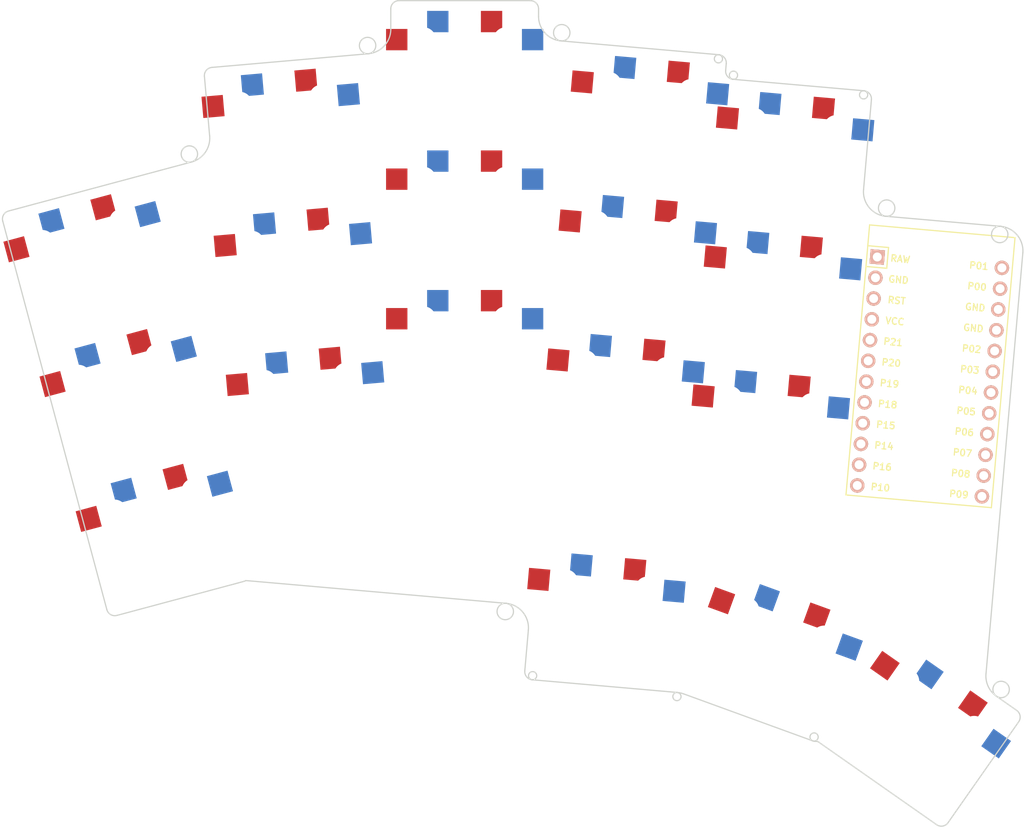
<source format=kicad_pcb>

            
(kicad_pcb (version 20171130) (host pcbnew 5.1.6)

  (page A3)
  (title_block
    (title keeb1)
    (rev v1.0.0)
    (company Unknown)
  )

  (general
    (thickness 1.6)
  )

  (layers
    (0 F.Cu signal)
    (31 B.Cu signal)
    (32 B.Adhes user)
    (33 F.Adhes user)
    (34 B.Paste user)
    (35 F.Paste user)
    (36 B.SilkS user)
    (37 F.SilkS user)
    (38 B.Mask user)
    (39 F.Mask user)
    (40 Dwgs.User user)
    (41 Cmts.User user)
    (42 Eco1.User user)
    (43 Eco2.User user)
    (44 Edge.Cuts user)
    (45 Margin user)
    (46 B.CrtYd user)
    (47 F.CrtYd user)
    (48 B.Fab user)
    (49 F.Fab user)
  )

  (setup
    (last_trace_width 0.25)
    (trace_clearance 0.2)
    (zone_clearance 0.508)
    (zone_45_only no)
    (trace_min 0.2)
    (via_size 0.8)
    (via_drill 0.4)
    (via_min_size 0.4)
    (via_min_drill 0.3)
    (uvia_size 0.3)
    (uvia_drill 0.1)
    (uvias_allowed no)
    (uvia_min_size 0.2)
    (uvia_min_drill 0.1)
    (edge_width 0.05)
    (segment_width 0.2)
    (pcb_text_width 0.3)
    (pcb_text_size 1.5 1.5)
    (mod_edge_width 0.12)
    (mod_text_size 1 1)
    (mod_text_width 0.15)
    (pad_size 1.524 1.524)
    (pad_drill 0.762)
    (pad_to_mask_clearance 0.05)
    (aux_axis_origin 0 0)
    (visible_elements FFFFFF7F)
    (pcbplotparams
      (layerselection 0x010fc_ffffffff)
      (usegerberextensions false)
      (usegerberattributes true)
      (usegerberadvancedattributes true)
      (creategerberjobfile true)
      (excludeedgelayer true)
      (linewidth 0.100000)
      (plotframeref false)
      (viasonmask false)
      (mode 1)
      (useauxorigin false)
      (hpglpennumber 1)
      (hpglpenspeed 20)
      (hpglpendiameter 15.000000)
      (psnegative false)
      (psa4output false)
      (plotreference true)
      (plotvalue true)
      (plotinvisibletext false)
      (padsonsilk false)
      (subtractmaskfromsilk false)
      (outputformat 1)
      (mirror false)
      (drillshape 1)
      (scaleselection 1)
      (outputdirectory ""))
  )

            (net 0 "")
(net 1 "P7")
(net 2 "GND")
(net 3 "P6")
(net 4 "P5")
(net 5 "P4")
(net 6 "P3")
(net 7 "P0")
(net 8 "P1")
(net 9 "P19")
(net 10 "P18")
(net 11 "P15")
(net 12 "P14")
(net 13 "P16")
(net 14 "P10")
(net 15 "P20")
(net 16 "P21")
(net 17 "P8")
(net 18 "P9")
(net 19 "RAW")
(net 20 "RST")
(net 21 "VCC")
(net 22 "P2")
            
  (net_class Default "This is the default net class."
    (clearance 0.2)
    (trace_width 0.25)
    (via_dia 0.8)
    (via_drill 0.4)
    (uvia_dia 0.3)
    (uvia_drill 0.1)
    (add_net "")
(add_net "P7")
(add_net "GND")
(add_net "P6")
(add_net "P5")
(add_net "P4")
(add_net "P3")
(add_net "P0")
(add_net "P1")
(add_net "P19")
(add_net "P18")
(add_net "P15")
(add_net "P14")
(add_net "P16")
(add_net "P10")
(add_net "P20")
(add_net "P21")
(add_net "P8")
(add_net "P9")
(add_net "RAW")
(add_net "RST")
(add_net "VCC")
(add_net "P2")
  )

            
        
      (module PG1350 (layer F.Cu) (tedit 5DD50112)
      (at 13.6000762 0.5792609999999989 15)

      
      (fp_text reference "S1" (at 0 0) (layer F.SilkS) hide (effects (font (size 1.27 1.27) (thickness 0.15))))
      (fp_text value "" (at 0 0) (layer F.SilkS) hide (effects (font (size 1.27 1.27) (thickness 0.15))))

      
      (fp_line (start -7 -6) (end -7 -7) (layer Dwgs.User) (width 0.15))
      (fp_line (start -7 7) (end -6 7) (layer Dwgs.User) (width 0.15))
      (fp_line (start -6 -7) (end -7 -7) (layer Dwgs.User) (width 0.15))
      (fp_line (start -7 7) (end -7 6) (layer Dwgs.User) (width 0.15))
      (fp_line (start 7 6) (end 7 7) (layer Dwgs.User) (width 0.15))
      (fp_line (start 7 -7) (end 6 -7) (layer Dwgs.User) (width 0.15))
      (fp_line (start 6 7) (end 7 7) (layer Dwgs.User) (width 0.15))
      (fp_line (start 7 -7) (end 7 -6) (layer Dwgs.User) (width 0.15))      
      
      
      (pad "" np_thru_hole circle (at 0 0) (size 3.429 3.429) (drill 3.429) (layers *.Cu *.Mask))
        
      
      (pad "" np_thru_hole circle (at 5.5 0) (size 1.7018 1.7018) (drill 1.7018) (layers *.Cu *.Mask))
      (pad "" np_thru_hole circle (at -5.5 0) (size 1.7018 1.7018) (drill 1.7018) (layers *.Cu *.Mask))
      
        
      
      (fp_line (start -9 -8.5) (end 9 -8.5) (layer Dwgs.User) (width 0.15))
      (fp_line (start 9 -8.5) (end 9 8.5) (layer Dwgs.User) (width 0.15))
      (fp_line (start 9 8.5) (end -9 8.5) (layer Dwgs.User) (width 0.15))
      (fp_line (start -9 8.5) (end -9 -8.5) (layer Dwgs.User) (width 0.15))
      
        
          
          (pad "" np_thru_hole circle (at 5 -3.75) (size 3 3) (drill 3) (layers *.Cu *.Mask))
          (pad "" np_thru_hole circle (at 0 -5.95) (size 3 3) (drill 3) (layers *.Cu *.Mask))
      
          
          (pad 1 smd rect (at -3.275 -5.95 15) (size 2.6 2.6) (layers B.Cu B.Paste B.Mask)  (net 1 "P7"))
          (pad 2 smd rect (at 8.275 -3.75 15) (size 2.6 2.6) (layers B.Cu B.Paste B.Mask)  (net 2 "GND"))
        
        
          
          (pad "" np_thru_hole circle (at -5 -3.75) (size 3 3) (drill 3) (layers *.Cu *.Mask))
          (pad "" np_thru_hole circle (at 0 -5.95) (size 3 3) (drill 3) (layers *.Cu *.Mask))
      
          
          (pad 1 smd rect (at 3.275 -5.95 15) (size 2.6 2.6) (layers F.Cu F.Paste F.Mask)  (net 1 "P7"))
          (pad 2 smd rect (at -8.275 -3.75 15) (size 2.6 2.6) (layers F.Cu F.Paste F.Mask)  (net 2 "GND"))
        )
        

        
      (module PG1350 (layer F.Cu) (tedit 5DD50112)
      (at 9.2001525 -15.841478100000003 15)

      
      (fp_text reference "S2" (at 0 0) (layer F.SilkS) hide (effects (font (size 1.27 1.27) (thickness 0.15))))
      (fp_text value "" (at 0 0) (layer F.SilkS) hide (effects (font (size 1.27 1.27) (thickness 0.15))))

      
      (fp_line (start -7 -6) (end -7 -7) (layer Dwgs.User) (width 0.15))
      (fp_line (start -7 7) (end -6 7) (layer Dwgs.User) (width 0.15))
      (fp_line (start -6 -7) (end -7 -7) (layer Dwgs.User) (width 0.15))
      (fp_line (start -7 7) (end -7 6) (layer Dwgs.User) (width 0.15))
      (fp_line (start 7 6) (end 7 7) (layer Dwgs.User) (width 0.15))
      (fp_line (start 7 -7) (end 6 -7) (layer Dwgs.User) (width 0.15))
      (fp_line (start 6 7) (end 7 7) (layer Dwgs.User) (width 0.15))
      (fp_line (start 7 -7) (end 7 -6) (layer Dwgs.User) (width 0.15))      
      
      
      (pad "" np_thru_hole circle (at 0 0) (size 3.429 3.429) (drill 3.429) (layers *.Cu *.Mask))
        
      
      (pad "" np_thru_hole circle (at 5.5 0) (size 1.7018 1.7018) (drill 1.7018) (layers *.Cu *.Mask))
      (pad "" np_thru_hole circle (at -5.5 0) (size 1.7018 1.7018) (drill 1.7018) (layers *.Cu *.Mask))
      
        
      
      (fp_line (start -9 -8.5) (end 9 -8.5) (layer Dwgs.User) (width 0.15))
      (fp_line (start 9 -8.5) (end 9 8.5) (layer Dwgs.User) (width 0.15))
      (fp_line (start 9 8.5) (end -9 8.5) (layer Dwgs.User) (width 0.15))
      (fp_line (start -9 8.5) (end -9 -8.5) (layer Dwgs.User) (width 0.15))
      
        
          
          (pad "" np_thru_hole circle (at 5 -3.75) (size 3 3) (drill 3) (layers *.Cu *.Mask))
          (pad "" np_thru_hole circle (at 0 -5.95) (size 3 3) (drill 3) (layers *.Cu *.Mask))
      
          
          (pad 1 smd rect (at -3.275 -5.95 15) (size 2.6 2.6) (layers B.Cu B.Paste B.Mask)  (net 3 "P6"))
          (pad 2 smd rect (at 8.275 -3.75 15) (size 2.6 2.6) (layers B.Cu B.Paste B.Mask)  (net 2 "GND"))
        
        
          
          (pad "" np_thru_hole circle (at -5 -3.75) (size 3 3) (drill 3) (layers *.Cu *.Mask))
          (pad "" np_thru_hole circle (at 0 -5.95) (size 3 3) (drill 3) (layers *.Cu *.Mask))
      
          
          (pad 1 smd rect (at 3.275 -5.95 15) (size 2.6 2.6) (layers F.Cu F.Paste F.Mask)  (net 3 "P6"))
          (pad 2 smd rect (at -8.275 -3.75 15) (size 2.6 2.6) (layers F.Cu F.Paste F.Mask)  (net 2 "GND"))
        )
        

        
      (module PG1350 (layer F.Cu) (tedit 5DD50112)
      (at 4.8002287 -32.2622171 15)

      
      (fp_text reference "S3" (at 0 0) (layer F.SilkS) hide (effects (font (size 1.27 1.27) (thickness 0.15))))
      (fp_text value "" (at 0 0) (layer F.SilkS) hide (effects (font (size 1.27 1.27) (thickness 0.15))))

      
      (fp_line (start -7 -6) (end -7 -7) (layer Dwgs.User) (width 0.15))
      (fp_line (start -7 7) (end -6 7) (layer Dwgs.User) (width 0.15))
      (fp_line (start -6 -7) (end -7 -7) (layer Dwgs.User) (width 0.15))
      (fp_line (start -7 7) (end -7 6) (layer Dwgs.User) (width 0.15))
      (fp_line (start 7 6) (end 7 7) (layer Dwgs.User) (width 0.15))
      (fp_line (start 7 -7) (end 6 -7) (layer Dwgs.User) (width 0.15))
      (fp_line (start 6 7) (end 7 7) (layer Dwgs.User) (width 0.15))
      (fp_line (start 7 -7) (end 7 -6) (layer Dwgs.User) (width 0.15))      
      
      
      (pad "" np_thru_hole circle (at 0 0) (size 3.429 3.429) (drill 3.429) (layers *.Cu *.Mask))
        
      
      (pad "" np_thru_hole circle (at 5.5 0) (size 1.7018 1.7018) (drill 1.7018) (layers *.Cu *.Mask))
      (pad "" np_thru_hole circle (at -5.5 0) (size 1.7018 1.7018) (drill 1.7018) (layers *.Cu *.Mask))
      
        
      
      (fp_line (start -9 -8.5) (end 9 -8.5) (layer Dwgs.User) (width 0.15))
      (fp_line (start 9 -8.5) (end 9 8.5) (layer Dwgs.User) (width 0.15))
      (fp_line (start 9 8.5) (end -9 8.5) (layer Dwgs.User) (width 0.15))
      (fp_line (start -9 8.5) (end -9 -8.5) (layer Dwgs.User) (width 0.15))
      
        
          
          (pad "" np_thru_hole circle (at 5 -3.75) (size 3 3) (drill 3) (layers *.Cu *.Mask))
          (pad "" np_thru_hole circle (at 0 -5.95) (size 3 3) (drill 3) (layers *.Cu *.Mask))
      
          
          (pad 1 smd rect (at -3.275 -5.95 15) (size 2.6 2.6) (layers B.Cu B.Paste B.Mask)  (net 4 "P5"))
          (pad 2 smd rect (at 8.275 -3.75 15) (size 2.6 2.6) (layers B.Cu B.Paste B.Mask)  (net 2 "GND"))
        
        
          
          (pad "" np_thru_hole circle (at -5 -3.75) (size 3 3) (drill 3) (layers *.Cu *.Mask))
          (pad "" np_thru_hole circle (at 0 -5.95) (size 3 3) (drill 3) (layers *.Cu *.Mask))
      
          
          (pad 1 smd rect (at 3.275 -5.95 15) (size 2.6 2.6) (layers F.Cu F.Paste F.Mask)  (net 4 "P5"))
          (pad 2 smd rect (at -8.275 -3.75 15) (size 2.6 2.6) (layers F.Cu F.Paste F.Mask)  (net 2 "GND"))
        )
        

        
      (module PG1350 (layer F.Cu) (tedit 5DD50112)
      (at 31.316826800000005 -14.253310899999999 5)

      
      (fp_text reference "S4" (at 0 0) (layer F.SilkS) hide (effects (font (size 1.27 1.27) (thickness 0.15))))
      (fp_text value "" (at 0 0) (layer F.SilkS) hide (effects (font (size 1.27 1.27) (thickness 0.15))))

      
      (fp_line (start -7 -6) (end -7 -7) (layer Dwgs.User) (width 0.15))
      (fp_line (start -7 7) (end -6 7) (layer Dwgs.User) (width 0.15))
      (fp_line (start -6 -7) (end -7 -7) (layer Dwgs.User) (width 0.15))
      (fp_line (start -7 7) (end -7 6) (layer Dwgs.User) (width 0.15))
      (fp_line (start 7 6) (end 7 7) (layer Dwgs.User) (width 0.15))
      (fp_line (start 7 -7) (end 6 -7) (layer Dwgs.User) (width 0.15))
      (fp_line (start 6 7) (end 7 7) (layer Dwgs.User) (width 0.15))
      (fp_line (start 7 -7) (end 7 -6) (layer Dwgs.User) (width 0.15))      
      
      
      (pad "" np_thru_hole circle (at 0 0) (size 3.429 3.429) (drill 3.429) (layers *.Cu *.Mask))
        
      
      (pad "" np_thru_hole circle (at 5.5 0) (size 1.7018 1.7018) (drill 1.7018) (layers *.Cu *.Mask))
      (pad "" np_thru_hole circle (at -5.5 0) (size 1.7018 1.7018) (drill 1.7018) (layers *.Cu *.Mask))
      
        
      
      (fp_line (start -9 -8.5) (end 9 -8.5) (layer Dwgs.User) (width 0.15))
      (fp_line (start 9 -8.5) (end 9 8.5) (layer Dwgs.User) (width 0.15))
      (fp_line (start 9 8.5) (end -9 8.5) (layer Dwgs.User) (width 0.15))
      (fp_line (start -9 8.5) (end -9 -8.5) (layer Dwgs.User) (width 0.15))
      
        
          
          (pad "" np_thru_hole circle (at 5 -3.75) (size 3 3) (drill 3) (layers *.Cu *.Mask))
          (pad "" np_thru_hole circle (at 0 -5.95) (size 3 3) (drill 3) (layers *.Cu *.Mask))
      
          
          (pad 1 smd rect (at -3.275 -5.95 5) (size 2.6 2.6) (layers B.Cu B.Paste B.Mask)  (net 5 "P4"))
          (pad 2 smd rect (at 8.275 -3.75 5) (size 2.6 2.6) (layers B.Cu B.Paste B.Mask)  (net 2 "GND"))
        
        
          
          (pad "" np_thru_hole circle (at -5 -3.75) (size 3 3) (drill 3) (layers *.Cu *.Mask))
          (pad "" np_thru_hole circle (at 0 -5.95) (size 3 3) (drill 3) (layers *.Cu *.Mask))
      
          
          (pad 1 smd rect (at 3.275 -5.95 5) (size 2.6 2.6) (layers F.Cu F.Paste F.Mask)  (net 5 "P4"))
          (pad 2 smd rect (at -8.275 -3.75 5) (size 2.6 2.6) (layers F.Cu F.Paste F.Mask)  (net 2 "GND"))
        )
        

        
      (module PG1350 (layer F.Cu) (tedit 5DD50112)
      (at 29.835179200000002 -31.1886208 5)

      
      (fp_text reference "S5" (at 0 0) (layer F.SilkS) hide (effects (font (size 1.27 1.27) (thickness 0.15))))
      (fp_text value "" (at 0 0) (layer F.SilkS) hide (effects (font (size 1.27 1.27) (thickness 0.15))))

      
      (fp_line (start -7 -6) (end -7 -7) (layer Dwgs.User) (width 0.15))
      (fp_line (start -7 7) (end -6 7) (layer Dwgs.User) (width 0.15))
      (fp_line (start -6 -7) (end -7 -7) (layer Dwgs.User) (width 0.15))
      (fp_line (start -7 7) (end -7 6) (layer Dwgs.User) (width 0.15))
      (fp_line (start 7 6) (end 7 7) (layer Dwgs.User) (width 0.15))
      (fp_line (start 7 -7) (end 6 -7) (layer Dwgs.User) (width 0.15))
      (fp_line (start 6 7) (end 7 7) (layer Dwgs.User) (width 0.15))
      (fp_line (start 7 -7) (end 7 -6) (layer Dwgs.User) (width 0.15))      
      
      
      (pad "" np_thru_hole circle (at 0 0) (size 3.429 3.429) (drill 3.429) (layers *.Cu *.Mask))
        
      
      (pad "" np_thru_hole circle (at 5.5 0) (size 1.7018 1.7018) (drill 1.7018) (layers *.Cu *.Mask))
      (pad "" np_thru_hole circle (at -5.5 0) (size 1.7018 1.7018) (drill 1.7018) (layers *.Cu *.Mask))
      
        
      
      (fp_line (start -9 -8.5) (end 9 -8.5) (layer Dwgs.User) (width 0.15))
      (fp_line (start 9 -8.5) (end 9 8.5) (layer Dwgs.User) (width 0.15))
      (fp_line (start 9 8.5) (end -9 8.5) (layer Dwgs.User) (width 0.15))
      (fp_line (start -9 8.5) (end -9 -8.5) (layer Dwgs.User) (width 0.15))
      
        
          
          (pad "" np_thru_hole circle (at 5 -3.75) (size 3 3) (drill 3) (layers *.Cu *.Mask))
          (pad "" np_thru_hole circle (at 0 -5.95) (size 3 3) (drill 3) (layers *.Cu *.Mask))
      
          
          (pad 1 smd rect (at -3.275 -5.95 5) (size 2.6 2.6) (layers B.Cu B.Paste B.Mask)  (net 6 "P3"))
          (pad 2 smd rect (at 8.275 -3.75 5) (size 2.6 2.6) (layers B.Cu B.Paste B.Mask)  (net 2 "GND"))
        
        
          
          (pad "" np_thru_hole circle (at -5 -3.75) (size 3 3) (drill 3) (layers *.Cu *.Mask))
          (pad "" np_thru_hole circle (at 0 -5.95) (size 3 3) (drill 3) (layers *.Cu *.Mask))
      
          
          (pad 1 smd rect (at 3.275 -5.95 5) (size 2.6 2.6) (layers F.Cu F.Paste F.Mask)  (net 6 "P3"))
          (pad 2 smd rect (at -8.275 -3.75 5) (size 2.6 2.6) (layers F.Cu F.Paste F.Mask)  (net 2 "GND"))
        )
        

        
      (module PG1350 (layer F.Cu) (tedit 5DD50112)
      (at 28.353531500000003 -48.1239307 5)

      
      (fp_text reference "S6" (at 0 0) (layer F.SilkS) hide (effects (font (size 1.27 1.27) (thickness 0.15))))
      (fp_text value "" (at 0 0) (layer F.SilkS) hide (effects (font (size 1.27 1.27) (thickness 0.15))))

      
      (fp_line (start -7 -6) (end -7 -7) (layer Dwgs.User) (width 0.15))
      (fp_line (start -7 7) (end -6 7) (layer Dwgs.User) (width 0.15))
      (fp_line (start -6 -7) (end -7 -7) (layer Dwgs.User) (width 0.15))
      (fp_line (start -7 7) (end -7 6) (layer Dwgs.User) (width 0.15))
      (fp_line (start 7 6) (end 7 7) (layer Dwgs.User) (width 0.15))
      (fp_line (start 7 -7) (end 6 -7) (layer Dwgs.User) (width 0.15))
      (fp_line (start 6 7) (end 7 7) (layer Dwgs.User) (width 0.15))
      (fp_line (start 7 -7) (end 7 -6) (layer Dwgs.User) (width 0.15))      
      
      
      (pad "" np_thru_hole circle (at 0 0) (size 3.429 3.429) (drill 3.429) (layers *.Cu *.Mask))
        
      
      (pad "" np_thru_hole circle (at 5.5 0) (size 1.7018 1.7018) (drill 1.7018) (layers *.Cu *.Mask))
      (pad "" np_thru_hole circle (at -5.5 0) (size 1.7018 1.7018) (drill 1.7018) (layers *.Cu *.Mask))
      
        
      
      (fp_line (start -9 -8.5) (end 9 -8.5) (layer Dwgs.User) (width 0.15))
      (fp_line (start 9 -8.5) (end 9 8.5) (layer Dwgs.User) (width 0.15))
      (fp_line (start 9 8.5) (end -9 8.5) (layer Dwgs.User) (width 0.15))
      (fp_line (start -9 8.5) (end -9 -8.5) (layer Dwgs.User) (width 0.15))
      
        
          
          (pad "" np_thru_hole circle (at 5 -3.75) (size 3 3) (drill 3) (layers *.Cu *.Mask))
          (pad "" np_thru_hole circle (at 0 -5.95) (size 3 3) (drill 3) (layers *.Cu *.Mask))
      
          
          (pad 1 smd rect (at -3.275 -5.95 5) (size 2.6 2.6) (layers B.Cu B.Paste B.Mask)  (net 7 "P0"))
          (pad 2 smd rect (at 8.275 -3.75 5) (size 2.6 2.6) (layers B.Cu B.Paste B.Mask)  (net 2 "GND"))
        
        
          
          (pad "" np_thru_hole circle (at -5 -3.75) (size 3 3) (drill 3) (layers *.Cu *.Mask))
          (pad "" np_thru_hole circle (at 0 -5.95) (size 3 3) (drill 3) (layers *.Cu *.Mask))
      
          
          (pad 1 smd rect (at 3.275 -5.95 5) (size 2.6 2.6) (layers F.Cu F.Paste F.Mask)  (net 7 "P0"))
          (pad 2 smd rect (at -8.275 -3.75 5) (size 2.6 2.6) (layers F.Cu F.Paste F.Mask)  (net 2 "GND"))
        )
        

        
      (module PG1350 (layer F.Cu) (tedit 5DD50112)
      (at 50.43609640000001 -21.531907699999998 0)

      
      (fp_text reference "S7" (at 0 0) (layer F.SilkS) hide (effects (font (size 1.27 1.27) (thickness 0.15))))
      (fp_text value "" (at 0 0) (layer F.SilkS) hide (effects (font (size 1.27 1.27) (thickness 0.15))))

      
      (fp_line (start -7 -6) (end -7 -7) (layer Dwgs.User) (width 0.15))
      (fp_line (start -7 7) (end -6 7) (layer Dwgs.User) (width 0.15))
      (fp_line (start -6 -7) (end -7 -7) (layer Dwgs.User) (width 0.15))
      (fp_line (start -7 7) (end -7 6) (layer Dwgs.User) (width 0.15))
      (fp_line (start 7 6) (end 7 7) (layer Dwgs.User) (width 0.15))
      (fp_line (start 7 -7) (end 6 -7) (layer Dwgs.User) (width 0.15))
      (fp_line (start 6 7) (end 7 7) (layer Dwgs.User) (width 0.15))
      (fp_line (start 7 -7) (end 7 -6) (layer Dwgs.User) (width 0.15))      
      
      
      (pad "" np_thru_hole circle (at 0 0) (size 3.429 3.429) (drill 3.429) (layers *.Cu *.Mask))
        
      
      (pad "" np_thru_hole circle (at 5.5 0) (size 1.7018 1.7018) (drill 1.7018) (layers *.Cu *.Mask))
      (pad "" np_thru_hole circle (at -5.5 0) (size 1.7018 1.7018) (drill 1.7018) (layers *.Cu *.Mask))
      
        
      
      (fp_line (start -9 -8.5) (end 9 -8.5) (layer Dwgs.User) (width 0.15))
      (fp_line (start 9 -8.5) (end 9 8.5) (layer Dwgs.User) (width 0.15))
      (fp_line (start 9 8.5) (end -9 8.5) (layer Dwgs.User) (width 0.15))
      (fp_line (start -9 8.5) (end -9 -8.5) (layer Dwgs.User) (width 0.15))
      
        
          
          (pad "" np_thru_hole circle (at 5 -3.75) (size 3 3) (drill 3) (layers *.Cu *.Mask))
          (pad "" np_thru_hole circle (at 0 -5.95) (size 3 3) (drill 3) (layers *.Cu *.Mask))
      
          
          (pad 1 smd rect (at -3.275 -5.95 0) (size 2.6 2.6) (layers B.Cu B.Paste B.Mask)  (net 8 "P1"))
          (pad 2 smd rect (at 8.275 -3.75 0) (size 2.6 2.6) (layers B.Cu B.Paste B.Mask)  (net 2 "GND"))
        
        
          
          (pad "" np_thru_hole circle (at -5 -3.75) (size 3 3) (drill 3) (layers *.Cu *.Mask))
          (pad "" np_thru_hole circle (at 0 -5.95) (size 3 3) (drill 3) (layers *.Cu *.Mask))
      
          
          (pad 1 smd rect (at 3.275 -5.95 0) (size 2.6 2.6) (layers F.Cu F.Paste F.Mask)  (net 8 "P1"))
          (pad 2 smd rect (at -8.275 -3.75 0) (size 2.6 2.6) (layers F.Cu F.Paste F.Mask)  (net 2 "GND"))
        )
        

        
      (module PG1350 (layer F.Cu) (tedit 5DD50112)
      (at 50.43609650000001 -38.5319078 0)

      
      (fp_text reference "S8" (at 0 0) (layer F.SilkS) hide (effects (font (size 1.27 1.27) (thickness 0.15))))
      (fp_text value "" (at 0 0) (layer F.SilkS) hide (effects (font (size 1.27 1.27) (thickness 0.15))))

      
      (fp_line (start -7 -6) (end -7 -7) (layer Dwgs.User) (width 0.15))
      (fp_line (start -7 7) (end -6 7) (layer Dwgs.User) (width 0.15))
      (fp_line (start -6 -7) (end -7 -7) (layer Dwgs.User) (width 0.15))
      (fp_line (start -7 7) (end -7 6) (layer Dwgs.User) (width 0.15))
      (fp_line (start 7 6) (end 7 7) (layer Dwgs.User) (width 0.15))
      (fp_line (start 7 -7) (end 6 -7) (layer Dwgs.User) (width 0.15))
      (fp_line (start 6 7) (end 7 7) (layer Dwgs.User) (width 0.15))
      (fp_line (start 7 -7) (end 7 -6) (layer Dwgs.User) (width 0.15))      
      
      
      (pad "" np_thru_hole circle (at 0 0) (size 3.429 3.429) (drill 3.429) (layers *.Cu *.Mask))
        
      
      (pad "" np_thru_hole circle (at 5.5 0) (size 1.7018 1.7018) (drill 1.7018) (layers *.Cu *.Mask))
      (pad "" np_thru_hole circle (at -5.5 0) (size 1.7018 1.7018) (drill 1.7018) (layers *.Cu *.Mask))
      
        
      
      (fp_line (start -9 -8.5) (end 9 -8.5) (layer Dwgs.User) (width 0.15))
      (fp_line (start 9 -8.5) (end 9 8.5) (layer Dwgs.User) (width 0.15))
      (fp_line (start 9 8.5) (end -9 8.5) (layer Dwgs.User) (width 0.15))
      (fp_line (start -9 8.5) (end -9 -8.5) (layer Dwgs.User) (width 0.15))
      
        
          
          (pad "" np_thru_hole circle (at 5 -3.75) (size 3 3) (drill 3) (layers *.Cu *.Mask))
          (pad "" np_thru_hole circle (at 0 -5.95) (size 3 3) (drill 3) (layers *.Cu *.Mask))
      
          
          (pad 1 smd rect (at -3.275 -5.95 0) (size 2.6 2.6) (layers B.Cu B.Paste B.Mask)  (net 9 "P19"))
          (pad 2 smd rect (at 8.275 -3.75 0) (size 2.6 2.6) (layers B.Cu B.Paste B.Mask)  (net 2 "GND"))
        
        
          
          (pad "" np_thru_hole circle (at -5 -3.75) (size 3 3) (drill 3) (layers *.Cu *.Mask))
          (pad "" np_thru_hole circle (at 0 -5.95) (size 3 3) (drill 3) (layers *.Cu *.Mask))
      
          
          (pad 1 smd rect (at 3.275 -5.95 0) (size 2.6 2.6) (layers F.Cu F.Paste F.Mask)  (net 9 "P19"))
          (pad 2 smd rect (at -8.275 -3.75 0) (size 2.6 2.6) (layers F.Cu F.Paste F.Mask)  (net 2 "GND"))
        )
        

        
      (module PG1350 (layer F.Cu) (tedit 5DD50112)
      (at 50.43609640000001 -55.5319077 0)

      
      (fp_text reference "S9" (at 0 0) (layer F.SilkS) hide (effects (font (size 1.27 1.27) (thickness 0.15))))
      (fp_text value "" (at 0 0) (layer F.SilkS) hide (effects (font (size 1.27 1.27) (thickness 0.15))))

      
      (fp_line (start -7 -6) (end -7 -7) (layer Dwgs.User) (width 0.15))
      (fp_line (start -7 7) (end -6 7) (layer Dwgs.User) (width 0.15))
      (fp_line (start -6 -7) (end -7 -7) (layer Dwgs.User) (width 0.15))
      (fp_line (start -7 7) (end -7 6) (layer Dwgs.User) (width 0.15))
      (fp_line (start 7 6) (end 7 7) (layer Dwgs.User) (width 0.15))
      (fp_line (start 7 -7) (end 6 -7) (layer Dwgs.User) (width 0.15))
      (fp_line (start 6 7) (end 7 7) (layer Dwgs.User) (width 0.15))
      (fp_line (start 7 -7) (end 7 -6) (layer Dwgs.User) (width 0.15))      
      
      
      (pad "" np_thru_hole circle (at 0 0) (size 3.429 3.429) (drill 3.429) (layers *.Cu *.Mask))
        
      
      (pad "" np_thru_hole circle (at 5.5 0) (size 1.7018 1.7018) (drill 1.7018) (layers *.Cu *.Mask))
      (pad "" np_thru_hole circle (at -5.5 0) (size 1.7018 1.7018) (drill 1.7018) (layers *.Cu *.Mask))
      
        
      
      (fp_line (start -9 -8.5) (end 9 -8.5) (layer Dwgs.User) (width 0.15))
      (fp_line (start 9 -8.5) (end 9 8.5) (layer Dwgs.User) (width 0.15))
      (fp_line (start 9 8.5) (end -9 8.5) (layer Dwgs.User) (width 0.15))
      (fp_line (start -9 8.5) (end -9 -8.5) (layer Dwgs.User) (width 0.15))
      
        
          
          (pad "" np_thru_hole circle (at 5 -3.75) (size 3 3) (drill 3) (layers *.Cu *.Mask))
          (pad "" np_thru_hole circle (at 0 -5.95) (size 3 3) (drill 3) (layers *.Cu *.Mask))
      
          
          (pad 1 smd rect (at -3.275 -5.95 0) (size 2.6 2.6) (layers B.Cu B.Paste B.Mask)  (net 10 "P18"))
          (pad 2 smd rect (at 8.275 -3.75 0) (size 2.6 2.6) (layers B.Cu B.Paste B.Mask)  (net 2 "GND"))
        
        
          
          (pad "" np_thru_hole circle (at -5 -3.75) (size 3 3) (drill 3) (layers *.Cu *.Mask))
          (pad "" np_thru_hole circle (at 0 -5.95) (size 3 3) (drill 3) (layers *.Cu *.Mask))
      
          
          (pad 1 smd rect (at 3.275 -5.95 0) (size 2.6 2.6) (layers F.Cu F.Paste F.Mask)  (net 10 "P18"))
          (pad 2 smd rect (at -8.275 -3.75 0) (size 2.6 2.6) (layers F.Cu F.Paste F.Mask)  (net 2 "GND"))
        )
        

        
      (module PG1350 (layer F.Cu) (tedit 5DD50112)
      (at 69.717744 -15.800550900000001 -5)

      
      (fp_text reference "S10" (at 0 0) (layer F.SilkS) hide (effects (font (size 1.27 1.27) (thickness 0.15))))
      (fp_text value "" (at 0 0) (layer F.SilkS) hide (effects (font (size 1.27 1.27) (thickness 0.15))))

      
      (fp_line (start -7 -6) (end -7 -7) (layer Dwgs.User) (width 0.15))
      (fp_line (start -7 7) (end -6 7) (layer Dwgs.User) (width 0.15))
      (fp_line (start -6 -7) (end -7 -7) (layer Dwgs.User) (width 0.15))
      (fp_line (start -7 7) (end -7 6) (layer Dwgs.User) (width 0.15))
      (fp_line (start 7 6) (end 7 7) (layer Dwgs.User) (width 0.15))
      (fp_line (start 7 -7) (end 6 -7) (layer Dwgs.User) (width 0.15))
      (fp_line (start 6 7) (end 7 7) (layer Dwgs.User) (width 0.15))
      (fp_line (start 7 -7) (end 7 -6) (layer Dwgs.User) (width 0.15))      
      
      
      (pad "" np_thru_hole circle (at 0 0) (size 3.429 3.429) (drill 3.429) (layers *.Cu *.Mask))
        
      
      (pad "" np_thru_hole circle (at 5.5 0) (size 1.7018 1.7018) (drill 1.7018) (layers *.Cu *.Mask))
      (pad "" np_thru_hole circle (at -5.5 0) (size 1.7018 1.7018) (drill 1.7018) (layers *.Cu *.Mask))
      
        
      
      (fp_line (start -9 -8.5) (end 9 -8.5) (layer Dwgs.User) (width 0.15))
      (fp_line (start 9 -8.5) (end 9 8.5) (layer Dwgs.User) (width 0.15))
      (fp_line (start 9 8.5) (end -9 8.5) (layer Dwgs.User) (width 0.15))
      (fp_line (start -9 8.5) (end -9 -8.5) (layer Dwgs.User) (width 0.15))
      
        
          
          (pad "" np_thru_hole circle (at 5 -3.75) (size 3 3) (drill 3) (layers *.Cu *.Mask))
          (pad "" np_thru_hole circle (at 0 -5.95) (size 3 3) (drill 3) (layers *.Cu *.Mask))
      
          
          (pad 1 smd rect (at -3.275 -5.95 -5) (size 2.6 2.6) (layers B.Cu B.Paste B.Mask)  (net 11 "P15"))
          (pad 2 smd rect (at 8.275 -3.75 -5) (size 2.6 2.6) (layers B.Cu B.Paste B.Mask)  (net 2 "GND"))
        
        
          
          (pad "" np_thru_hole circle (at -5 -3.75) (size 3 3) (drill 3) (layers *.Cu *.Mask))
          (pad "" np_thru_hole circle (at 0 -5.95) (size 3 3) (drill 3) (layers *.Cu *.Mask))
      
          
          (pad 1 smd rect (at 3.275 -5.95 -5) (size 2.6 2.6) (layers F.Cu F.Paste F.Mask)  (net 11 "P15"))
          (pad 2 smd rect (at -8.275 -3.75 -5) (size 2.6 2.6) (layers F.Cu F.Paste F.Mask)  (net 2 "GND"))
        )
        

        
      (module PG1350 (layer F.Cu) (tedit 5DD50112)
      (at 71.1993917 -32.7358608 -5)

      
      (fp_text reference "S11" (at 0 0) (layer F.SilkS) hide (effects (font (size 1.27 1.27) (thickness 0.15))))
      (fp_text value "" (at 0 0) (layer F.SilkS) hide (effects (font (size 1.27 1.27) (thickness 0.15))))

      
      (fp_line (start -7 -6) (end -7 -7) (layer Dwgs.User) (width 0.15))
      (fp_line (start -7 7) (end -6 7) (layer Dwgs.User) (width 0.15))
      (fp_line (start -6 -7) (end -7 -7) (layer Dwgs.User) (width 0.15))
      (fp_line (start -7 7) (end -7 6) (layer Dwgs.User) (width 0.15))
      (fp_line (start 7 6) (end 7 7) (layer Dwgs.User) (width 0.15))
      (fp_line (start 7 -7) (end 6 -7) (layer Dwgs.User) (width 0.15))
      (fp_line (start 6 7) (end 7 7) (layer Dwgs.User) (width 0.15))
      (fp_line (start 7 -7) (end 7 -6) (layer Dwgs.User) (width 0.15))      
      
      
      (pad "" np_thru_hole circle (at 0 0) (size 3.429 3.429) (drill 3.429) (layers *.Cu *.Mask))
        
      
      (pad "" np_thru_hole circle (at 5.5 0) (size 1.7018 1.7018) (drill 1.7018) (layers *.Cu *.Mask))
      (pad "" np_thru_hole circle (at -5.5 0) (size 1.7018 1.7018) (drill 1.7018) (layers *.Cu *.Mask))
      
        
      
      (fp_line (start -9 -8.5) (end 9 -8.5) (layer Dwgs.User) (width 0.15))
      (fp_line (start 9 -8.5) (end 9 8.5) (layer Dwgs.User) (width 0.15))
      (fp_line (start 9 8.5) (end -9 8.5) (layer Dwgs.User) (width 0.15))
      (fp_line (start -9 8.5) (end -9 -8.5) (layer Dwgs.User) (width 0.15))
      
        
          
          (pad "" np_thru_hole circle (at 5 -3.75) (size 3 3) (drill 3) (layers *.Cu *.Mask))
          (pad "" np_thru_hole circle (at 0 -5.95) (size 3 3) (drill 3) (layers *.Cu *.Mask))
      
          
          (pad 1 smd rect (at -3.275 -5.95 -5) (size 2.6 2.6) (layers B.Cu B.Paste B.Mask)  (net 12 "P14"))
          (pad 2 smd rect (at 8.275 -3.75 -5) (size 2.6 2.6) (layers B.Cu B.Paste B.Mask)  (net 2 "GND"))
        
        
          
          (pad "" np_thru_hole circle (at -5 -3.75) (size 3 3) (drill 3) (layers *.Cu *.Mask))
          (pad "" np_thru_hole circle (at 0 -5.95) (size 3 3) (drill 3) (layers *.Cu *.Mask))
      
          
          (pad 1 smd rect (at 3.275 -5.95 -5) (size 2.6 2.6) (layers F.Cu F.Paste F.Mask)  (net 12 "P14"))
          (pad 2 smd rect (at -8.275 -3.75 -5) (size 2.6 2.6) (layers F.Cu F.Paste F.Mask)  (net 2 "GND"))
        )
        

        
      (module PG1350 (layer F.Cu) (tedit 5DD50112)
      (at 72.6810394 -49.671170599999996 -5)

      
      (fp_text reference "S12" (at 0 0) (layer F.SilkS) hide (effects (font (size 1.27 1.27) (thickness 0.15))))
      (fp_text value "" (at 0 0) (layer F.SilkS) hide (effects (font (size 1.27 1.27) (thickness 0.15))))

      
      (fp_line (start -7 -6) (end -7 -7) (layer Dwgs.User) (width 0.15))
      (fp_line (start -7 7) (end -6 7) (layer Dwgs.User) (width 0.15))
      (fp_line (start -6 -7) (end -7 -7) (layer Dwgs.User) (width 0.15))
      (fp_line (start -7 7) (end -7 6) (layer Dwgs.User) (width 0.15))
      (fp_line (start 7 6) (end 7 7) (layer Dwgs.User) (width 0.15))
      (fp_line (start 7 -7) (end 6 -7) (layer Dwgs.User) (width 0.15))
      (fp_line (start 6 7) (end 7 7) (layer Dwgs.User) (width 0.15))
      (fp_line (start 7 -7) (end 7 -6) (layer Dwgs.User) (width 0.15))      
      
      
      (pad "" np_thru_hole circle (at 0 0) (size 3.429 3.429) (drill 3.429) (layers *.Cu *.Mask))
        
      
      (pad "" np_thru_hole circle (at 5.5 0) (size 1.7018 1.7018) (drill 1.7018) (layers *.Cu *.Mask))
      (pad "" np_thru_hole circle (at -5.5 0) (size 1.7018 1.7018) (drill 1.7018) (layers *.Cu *.Mask))
      
        
      
      (fp_line (start -9 -8.5) (end 9 -8.5) (layer Dwgs.User) (width 0.15))
      (fp_line (start 9 -8.5) (end 9 8.5) (layer Dwgs.User) (width 0.15))
      (fp_line (start 9 8.5) (end -9 8.5) (layer Dwgs.User) (width 0.15))
      (fp_line (start -9 8.5) (end -9 -8.5) (layer Dwgs.User) (width 0.15))
      
        
          
          (pad "" np_thru_hole circle (at 5 -3.75) (size 3 3) (drill 3) (layers *.Cu *.Mask))
          (pad "" np_thru_hole circle (at 0 -5.95) (size 3 3) (drill 3) (layers *.Cu *.Mask))
      
          
          (pad 1 smd rect (at -3.275 -5.95 -5) (size 2.6 2.6) (layers B.Cu B.Paste B.Mask)  (net 13 "P16"))
          (pad 2 smd rect (at 8.275 -3.75 -5) (size 2.6 2.6) (layers B.Cu B.Paste B.Mask)  (net 2 "GND"))
        
        
          
          (pad "" np_thru_hole circle (at -5 -3.75) (size 3 3) (drill 3) (layers *.Cu *.Mask))
          (pad "" np_thru_hole circle (at 0 -5.95) (size 3 3) (drill 3) (layers *.Cu *.Mask))
      
          
          (pad 1 smd rect (at 3.275 -5.95 -5) (size 2.6 2.6) (layers F.Cu F.Paste F.Mask)  (net 13 "P16"))
          (pad 2 smd rect (at -8.275 -3.75 -5) (size 2.6 2.6) (layers F.Cu F.Paste F.Mask)  (net 2 "GND"))
        )
        

        
      (module PG1350 (layer F.Cu) (tedit 5DD50112)
      (at 87.4023074 -11.4091959 -5)

      
      (fp_text reference "S13" (at 0 0) (layer F.SilkS) hide (effects (font (size 1.27 1.27) (thickness 0.15))))
      (fp_text value "" (at 0 0) (layer F.SilkS) hide (effects (font (size 1.27 1.27) (thickness 0.15))))

      
      (fp_line (start -7 -6) (end -7 -7) (layer Dwgs.User) (width 0.15))
      (fp_line (start -7 7) (end -6 7) (layer Dwgs.User) (width 0.15))
      (fp_line (start -6 -7) (end -7 -7) (layer Dwgs.User) (width 0.15))
      (fp_line (start -7 7) (end -7 6) (layer Dwgs.User) (width 0.15))
      (fp_line (start 7 6) (end 7 7) (layer Dwgs.User) (width 0.15))
      (fp_line (start 7 -7) (end 6 -7) (layer Dwgs.User) (width 0.15))
      (fp_line (start 6 7) (end 7 7) (layer Dwgs.User) (width 0.15))
      (fp_line (start 7 -7) (end 7 -6) (layer Dwgs.User) (width 0.15))      
      
      
      (pad "" np_thru_hole circle (at 0 0) (size 3.429 3.429) (drill 3.429) (layers *.Cu *.Mask))
        
      
      (pad "" np_thru_hole circle (at 5.5 0) (size 1.7018 1.7018) (drill 1.7018) (layers *.Cu *.Mask))
      (pad "" np_thru_hole circle (at -5.5 0) (size 1.7018 1.7018) (drill 1.7018) (layers *.Cu *.Mask))
      
        
      
      (fp_line (start -9 -8.5) (end 9 -8.5) (layer Dwgs.User) (width 0.15))
      (fp_line (start 9 -8.5) (end 9 8.5) (layer Dwgs.User) (width 0.15))
      (fp_line (start 9 8.5) (end -9 8.5) (layer Dwgs.User) (width 0.15))
      (fp_line (start -9 8.5) (end -9 -8.5) (layer Dwgs.User) (width 0.15))
      
        
          
          (pad "" np_thru_hole circle (at 5 -3.75) (size 3 3) (drill 3) (layers *.Cu *.Mask))
          (pad "" np_thru_hole circle (at 0 -5.95) (size 3 3) (drill 3) (layers *.Cu *.Mask))
      
          
          (pad 1 smd rect (at -3.275 -5.95 -5) (size 2.6 2.6) (layers B.Cu B.Paste B.Mask)  (net 14 "P10"))
          (pad 2 smd rect (at 8.275 -3.75 -5) (size 2.6 2.6) (layers B.Cu B.Paste B.Mask)  (net 2 "GND"))
        
        
          
          (pad "" np_thru_hole circle (at -5 -3.75) (size 3 3) (drill 3) (layers *.Cu *.Mask))
          (pad "" np_thru_hole circle (at 0 -5.95) (size 3 3) (drill 3) (layers *.Cu *.Mask))
      
          
          (pad 1 smd rect (at 3.275 -5.95 -5) (size 2.6 2.6) (layers F.Cu F.Paste F.Mask)  (net 14 "P10"))
          (pad 2 smd rect (at -8.275 -3.75 -5) (size 2.6 2.6) (layers F.Cu F.Paste F.Mask)  (net 2 "GND"))
        )
        

        
      (module PG1350 (layer F.Cu) (tedit 5DD50112)
      (at 88.883955 -28.3445059 -5)

      
      (fp_text reference "S14" (at 0 0) (layer F.SilkS) hide (effects (font (size 1.27 1.27) (thickness 0.15))))
      (fp_text value "" (at 0 0) (layer F.SilkS) hide (effects (font (size 1.27 1.27) (thickness 0.15))))

      
      (fp_line (start -7 -6) (end -7 -7) (layer Dwgs.User) (width 0.15))
      (fp_line (start -7 7) (end -6 7) (layer Dwgs.User) (width 0.15))
      (fp_line (start -6 -7) (end -7 -7) (layer Dwgs.User) (width 0.15))
      (fp_line (start -7 7) (end -7 6) (layer Dwgs.User) (width 0.15))
      (fp_line (start 7 6) (end 7 7) (layer Dwgs.User) (width 0.15))
      (fp_line (start 7 -7) (end 6 -7) (layer Dwgs.User) (width 0.15))
      (fp_line (start 6 7) (end 7 7) (layer Dwgs.User) (width 0.15))
      (fp_line (start 7 -7) (end 7 -6) (layer Dwgs.User) (width 0.15))      
      
      
      (pad "" np_thru_hole circle (at 0 0) (size 3.429 3.429) (drill 3.429) (layers *.Cu *.Mask))
        
      
      (pad "" np_thru_hole circle (at 5.5 0) (size 1.7018 1.7018) (drill 1.7018) (layers *.Cu *.Mask))
      (pad "" np_thru_hole circle (at -5.5 0) (size 1.7018 1.7018) (drill 1.7018) (layers *.Cu *.Mask))
      
        
      
      (fp_line (start -9 -8.5) (end 9 -8.5) (layer Dwgs.User) (width 0.15))
      (fp_line (start 9 -8.5) (end 9 8.5) (layer Dwgs.User) (width 0.15))
      (fp_line (start 9 8.5) (end -9 8.5) (layer Dwgs.User) (width 0.15))
      (fp_line (start -9 8.5) (end -9 -8.5) (layer Dwgs.User) (width 0.15))
      
        
          
          (pad "" np_thru_hole circle (at 5 -3.75) (size 3 3) (drill 3) (layers *.Cu *.Mask))
          (pad "" np_thru_hole circle (at 0 -5.95) (size 3 3) (drill 3) (layers *.Cu *.Mask))
      
          
          (pad 1 smd rect (at -3.275 -5.95 -5) (size 2.6 2.6) (layers B.Cu B.Paste B.Mask)  (net 15 "P20"))
          (pad 2 smd rect (at 8.275 -3.75 -5) (size 2.6 2.6) (layers B.Cu B.Paste B.Mask)  (net 2 "GND"))
        
        
          
          (pad "" np_thru_hole circle (at -5 -3.75) (size 3 3) (drill 3) (layers *.Cu *.Mask))
          (pad "" np_thru_hole circle (at 0 -5.95) (size 3 3) (drill 3) (layers *.Cu *.Mask))
      
          
          (pad 1 smd rect (at 3.275 -5.95 -5) (size 2.6 2.6) (layers F.Cu F.Paste F.Mask)  (net 15 "P20"))
          (pad 2 smd rect (at -8.275 -3.75 -5) (size 2.6 2.6) (layers F.Cu F.Paste F.Mask)  (net 2 "GND"))
        )
        

        
      (module PG1350 (layer F.Cu) (tedit 5DD50112)
      (at 90.3656026 -45.2798156 -5)

      
      (fp_text reference "S15" (at 0 0) (layer F.SilkS) hide (effects (font (size 1.27 1.27) (thickness 0.15))))
      (fp_text value "" (at 0 0) (layer F.SilkS) hide (effects (font (size 1.27 1.27) (thickness 0.15))))

      
      (fp_line (start -7 -6) (end -7 -7) (layer Dwgs.User) (width 0.15))
      (fp_line (start -7 7) (end -6 7) (layer Dwgs.User) (width 0.15))
      (fp_line (start -6 -7) (end -7 -7) (layer Dwgs.User) (width 0.15))
      (fp_line (start -7 7) (end -7 6) (layer Dwgs.User) (width 0.15))
      (fp_line (start 7 6) (end 7 7) (layer Dwgs.User) (width 0.15))
      (fp_line (start 7 -7) (end 6 -7) (layer Dwgs.User) (width 0.15))
      (fp_line (start 6 7) (end 7 7) (layer Dwgs.User) (width 0.15))
      (fp_line (start 7 -7) (end 7 -6) (layer Dwgs.User) (width 0.15))      
      
      
      (pad "" np_thru_hole circle (at 0 0) (size 3.429 3.429) (drill 3.429) (layers *.Cu *.Mask))
        
      
      (pad "" np_thru_hole circle (at 5.5 0) (size 1.7018 1.7018) (drill 1.7018) (layers *.Cu *.Mask))
      (pad "" np_thru_hole circle (at -5.5 0) (size 1.7018 1.7018) (drill 1.7018) (layers *.Cu *.Mask))
      
        
      
      (fp_line (start -9 -8.5) (end 9 -8.5) (layer Dwgs.User) (width 0.15))
      (fp_line (start 9 -8.5) (end 9 8.5) (layer Dwgs.User) (width 0.15))
      (fp_line (start 9 8.5) (end -9 8.5) (layer Dwgs.User) (width 0.15))
      (fp_line (start -9 8.5) (end -9 -8.5) (layer Dwgs.User) (width 0.15))
      
        
          
          (pad "" np_thru_hole circle (at 5 -3.75) (size 3 3) (drill 3) (layers *.Cu *.Mask))
          (pad "" np_thru_hole circle (at 0 -5.95) (size 3 3) (drill 3) (layers *.Cu *.Mask))
      
          
          (pad 1 smd rect (at -3.275 -5.95 -5) (size 2.6 2.6) (layers B.Cu B.Paste B.Mask)  (net 16 "P21"))
          (pad 2 smd rect (at 8.275 -3.75 -5) (size 2.6 2.6) (layers B.Cu B.Paste B.Mask)  (net 2 "GND"))
        
        
          
          (pad "" np_thru_hole circle (at -5 -3.75) (size 3 3) (drill 3) (layers *.Cu *.Mask))
          (pad "" np_thru_hole circle (at 0 -5.95) (size 3 3) (drill 3) (layers *.Cu *.Mask))
      
          
          (pad 1 smd rect (at 3.275 -5.95 -5) (size 2.6 2.6) (layers F.Cu F.Paste F.Mask)  (net 16 "P21"))
          (pad 2 smd rect (at -8.275 -3.75 -5) (size 2.6 2.6) (layers F.Cu F.Paste F.Mask)  (net 2 "GND"))
        )
        

        
      (module PG1350 (layer F.Cu) (tedit 5DD50112)
      (at 67.379065 10.930673500000001 -5)

      
      (fp_text reference "S16" (at 0 0) (layer F.SilkS) hide (effects (font (size 1.27 1.27) (thickness 0.15))))
      (fp_text value "" (at 0 0) (layer F.SilkS) hide (effects (font (size 1.27 1.27) (thickness 0.15))))

      
      (fp_line (start -7 -6) (end -7 -7) (layer Dwgs.User) (width 0.15))
      (fp_line (start -7 7) (end -6 7) (layer Dwgs.User) (width 0.15))
      (fp_line (start -6 -7) (end -7 -7) (layer Dwgs.User) (width 0.15))
      (fp_line (start -7 7) (end -7 6) (layer Dwgs.User) (width 0.15))
      (fp_line (start 7 6) (end 7 7) (layer Dwgs.User) (width 0.15))
      (fp_line (start 7 -7) (end 6 -7) (layer Dwgs.User) (width 0.15))
      (fp_line (start 6 7) (end 7 7) (layer Dwgs.User) (width 0.15))
      (fp_line (start 7 -7) (end 7 -6) (layer Dwgs.User) (width 0.15))      
      
      
      (pad "" np_thru_hole circle (at 0 0) (size 3.429 3.429) (drill 3.429) (layers *.Cu *.Mask))
        
      
      (pad "" np_thru_hole circle (at 5.5 0) (size 1.7018 1.7018) (drill 1.7018) (layers *.Cu *.Mask))
      (pad "" np_thru_hole circle (at -5.5 0) (size 1.7018 1.7018) (drill 1.7018) (layers *.Cu *.Mask))
      
        
      
      (fp_line (start -9 -8.5) (end 9 -8.5) (layer Dwgs.User) (width 0.15))
      (fp_line (start 9 -8.5) (end 9 8.5) (layer Dwgs.User) (width 0.15))
      (fp_line (start 9 8.5) (end -9 8.5) (layer Dwgs.User) (width 0.15))
      (fp_line (start -9 8.5) (end -9 -8.5) (layer Dwgs.User) (width 0.15))
      
        
          
          (pad "" np_thru_hole circle (at 5 -3.75) (size 3 3) (drill 3) (layers *.Cu *.Mask))
          (pad "" np_thru_hole circle (at 0 -5.95) (size 3 3) (drill 3) (layers *.Cu *.Mask))
      
          
          (pad 1 smd rect (at -3.275 -5.95 -5) (size 2.6 2.6) (layers B.Cu B.Paste B.Mask)  (net 1 "P7"))
          (pad 2 smd rect (at 8.275 -3.75 -5) (size 2.6 2.6) (layers B.Cu B.Paste B.Mask)  (net 2 "GND"))
        
        
          
          (pad "" np_thru_hole circle (at -5 -3.75) (size 3 3) (drill 3) (layers *.Cu *.Mask))
          (pad "" np_thru_hole circle (at 0 -5.95) (size 3 3) (drill 3) (layers *.Cu *.Mask))
      
          
          (pad 1 smd rect (at 3.275 -5.95 -5) (size 2.6 2.6) (layers F.Cu F.Paste F.Mask)  (net 1 "P7"))
          (pad 2 smd rect (at -8.275 -3.75 -5) (size 2.6 2.6) (layers F.Cu F.Paste F.Mask)  (net 2 "GND"))
        )
        

        
      (module PG1350 (layer F.Cu) (tedit 5DD50112)
      (at 88.2194574 15.417182000000002 -20)

      
      (fp_text reference "S17" (at 0 0) (layer F.SilkS) hide (effects (font (size 1.27 1.27) (thickness 0.15))))
      (fp_text value "" (at 0 0) (layer F.SilkS) hide (effects (font (size 1.27 1.27) (thickness 0.15))))

      
      (fp_line (start -7 -6) (end -7 -7) (layer Dwgs.User) (width 0.15))
      (fp_line (start -7 7) (end -6 7) (layer Dwgs.User) (width 0.15))
      (fp_line (start -6 -7) (end -7 -7) (layer Dwgs.User) (width 0.15))
      (fp_line (start -7 7) (end -7 6) (layer Dwgs.User) (width 0.15))
      (fp_line (start 7 6) (end 7 7) (layer Dwgs.User) (width 0.15))
      (fp_line (start 7 -7) (end 6 -7) (layer Dwgs.User) (width 0.15))
      (fp_line (start 6 7) (end 7 7) (layer Dwgs.User) (width 0.15))
      (fp_line (start 7 -7) (end 7 -6) (layer Dwgs.User) (width 0.15))      
      
      
      (pad "" np_thru_hole circle (at 0 0) (size 3.429 3.429) (drill 3.429) (layers *.Cu *.Mask))
        
      
      (pad "" np_thru_hole circle (at 5.5 0) (size 1.7018 1.7018) (drill 1.7018) (layers *.Cu *.Mask))
      (pad "" np_thru_hole circle (at -5.5 0) (size 1.7018 1.7018) (drill 1.7018) (layers *.Cu *.Mask))
      
        
      
      (fp_line (start -9 -8.5) (end 9 -8.5) (layer Dwgs.User) (width 0.15))
      (fp_line (start 9 -8.5) (end 9 8.5) (layer Dwgs.User) (width 0.15))
      (fp_line (start 9 8.5) (end -9 8.5) (layer Dwgs.User) (width 0.15))
      (fp_line (start -9 8.5) (end -9 -8.5) (layer Dwgs.User) (width 0.15))
      
        
          
          (pad "" np_thru_hole circle (at 5 -3.75) (size 3 3) (drill 3) (layers *.Cu *.Mask))
          (pad "" np_thru_hole circle (at 0 -5.95) (size 3 3) (drill 3) (layers *.Cu *.Mask))
      
          
          (pad 1 smd rect (at -3.275 -5.95 -20) (size 2.6 2.6) (layers B.Cu B.Paste B.Mask)  (net 17 "P8"))
          (pad 2 smd rect (at 8.275 -3.75 -20) (size 2.6 2.6) (layers B.Cu B.Paste B.Mask)  (net 2 "GND"))
        
        
          
          (pad "" np_thru_hole circle (at -5 -3.75) (size 3 3) (drill 3) (layers *.Cu *.Mask))
          (pad "" np_thru_hole circle (at 0 -5.95) (size 3 3) (drill 3) (layers *.Cu *.Mask))
      
          
          (pad 1 smd rect (at 3.275 -5.95 -20) (size 2.6 2.6) (layers F.Cu F.Paste F.Mask)  (net 17 "P8"))
          (pad 2 smd rect (at -8.275 -3.75 -20) (size 2.6 2.6) (layers F.Cu F.Paste F.Mask)  (net 2 "GND"))
        )
        

        
      (module PG1350 (layer F.Cu) (tedit 5DD50112)
      (at 106.2488441 24.8026866 -35)

      
      (fp_text reference "S18" (at 0 0) (layer F.SilkS) hide (effects (font (size 1.27 1.27) (thickness 0.15))))
      (fp_text value "" (at 0 0) (layer F.SilkS) hide (effects (font (size 1.27 1.27) (thickness 0.15))))

      
      (fp_line (start -7 -6) (end -7 -7) (layer Dwgs.User) (width 0.15))
      (fp_line (start -7 7) (end -6 7) (layer Dwgs.User) (width 0.15))
      (fp_line (start -6 -7) (end -7 -7) (layer Dwgs.User) (width 0.15))
      (fp_line (start -7 7) (end -7 6) (layer Dwgs.User) (width 0.15))
      (fp_line (start 7 6) (end 7 7) (layer Dwgs.User) (width 0.15))
      (fp_line (start 7 -7) (end 6 -7) (layer Dwgs.User) (width 0.15))
      (fp_line (start 6 7) (end 7 7) (layer Dwgs.User) (width 0.15))
      (fp_line (start 7 -7) (end 7 -6) (layer Dwgs.User) (width 0.15))      
      
      
      (pad "" np_thru_hole circle (at 0 0) (size 3.429 3.429) (drill 3.429) (layers *.Cu *.Mask))
        
      
      (pad "" np_thru_hole circle (at 5.5 0) (size 1.7018 1.7018) (drill 1.7018) (layers *.Cu *.Mask))
      (pad "" np_thru_hole circle (at -5.5 0) (size 1.7018 1.7018) (drill 1.7018) (layers *.Cu *.Mask))
      
        
      
      (fp_line (start -9 -8.5) (end 9 -8.5) (layer Dwgs.User) (width 0.15))
      (fp_line (start 9 -8.5) (end 9 8.5) (layer Dwgs.User) (width 0.15))
      (fp_line (start 9 8.5) (end -9 8.5) (layer Dwgs.User) (width 0.15))
      (fp_line (start -9 8.5) (end -9 -8.5) (layer Dwgs.User) (width 0.15))
      
        
          
          (pad "" np_thru_hole circle (at 5 -3.75) (size 3 3) (drill 3) (layers *.Cu *.Mask))
          (pad "" np_thru_hole circle (at 0 -5.95) (size 3 3) (drill 3) (layers *.Cu *.Mask))
      
          
          (pad 1 smd rect (at -3.275 -5.95 -35) (size 2.6 2.6) (layers B.Cu B.Paste B.Mask)  (net 18 "P9"))
          (pad 2 smd rect (at 8.275 -3.75 -35) (size 2.6 2.6) (layers B.Cu B.Paste B.Mask)  (net 2 "GND"))
        
        
          
          (pad "" np_thru_hole circle (at -5 -3.75) (size 3 3) (drill 3) (layers *.Cu *.Mask))
          (pad "" np_thru_hole circle (at 0 -5.95) (size 3 3) (drill 3) (layers *.Cu *.Mask))
      
          
          (pad 1 smd rect (at 3.275 -5.95 -35) (size 2.6 2.6) (layers F.Cu F.Paste F.Mask)  (net 18 "P9"))
          (pad 2 smd rect (at -8.275 -3.75 -35) (size 2.6 2.6) (layers F.Cu F.Paste F.Mask)  (net 2 "GND"))
        )
        

        
      (module ProMicro (layer F.Cu) (tedit 5B307E4C)
      (at 107.0708305 -18.2208919 -95)

      
      (fp_text reference "MCU1" (at 0 0) (layer F.SilkS) hide (effects (font (size 1.27 1.27) (thickness 0.15))))
      (fp_text value "" (at 0 0) (layer F.SilkS) hide (effects (font (size 1.27 1.27) (thickness 0.15))))
    
      
      (fp_line (start -19.304 -3.81) (end -14.224 -3.81) (layer Dwgs.User) (width 0.15))
      (fp_line (start -19.304 3.81) (end -19.304 -3.81) (layer Dwgs.User) (width 0.15))
      (fp_line (start -14.224 3.81) (end -19.304 3.81) (layer Dwgs.User) (width 0.15))
      (fp_line (start -14.224 -3.81) (end -14.224 3.81) (layer Dwgs.User) (width 0.15))
    
      
      (fp_line (start -17.78 8.89) (end 15.24 8.89) (layer F.SilkS) (width 0.15))
      (fp_line (start 15.24 8.89) (end 15.24 -8.89) (layer F.SilkS) (width 0.15))
      (fp_line (start 15.24 -8.89) (end -17.78 -8.89) (layer F.SilkS) (width 0.15))
      (fp_line (start -17.78 -8.89) (end -17.78 8.89) (layer F.SilkS) (width 0.15))
      
        
        
        (fp_line (start -15.24 6.35) (end -12.7 6.35) (layer F.SilkS) (width 0.15))
        (fp_line (start -15.24 6.35) (end -15.24 8.89) (layer F.SilkS) (width 0.15))
        (fp_line (start -12.7 6.35) (end -12.7 8.89) (layer F.SilkS) (width 0.15))
      
        
        (fp_text user RAW (at -13.97 4.8 -5) (layer F.SilkS) (effects (font (size 0.8 0.8) (thickness 0.15))))
        (fp_text user GND (at -11.43 4.8 -5) (layer F.SilkS) (effects (font (size 0.8 0.8) (thickness 0.15))))
        (fp_text user RST (at -8.89 4.8 -5) (layer F.SilkS) (effects (font (size 0.8 0.8) (thickness 0.15))))
        (fp_text user VCC (at -6.35 4.8 -5) (layer F.SilkS) (effects (font (size 0.8 0.8) (thickness 0.15))))
        (fp_text user P21 (at -3.81 4.8 -5) (layer F.SilkS) (effects (font (size 0.8 0.8) (thickness 0.15))))
        (fp_text user P20 (at -1.27 4.8 -5) (layer F.SilkS) (effects (font (size 0.8 0.8) (thickness 0.15))))
        (fp_text user P19 (at 1.27 4.8 -5) (layer F.SilkS) (effects (font (size 0.8 0.8) (thickness 0.15))))
        (fp_text user P18 (at 3.81 4.8 -5) (layer F.SilkS) (effects (font (size 0.8 0.8) (thickness 0.15))))
        (fp_text user P15 (at 6.35 4.8 -5) (layer F.SilkS) (effects (font (size 0.8 0.8) (thickness 0.15))))
        (fp_text user P14 (at 8.89 4.8 -5) (layer F.SilkS) (effects (font (size 0.8 0.8) (thickness 0.15))))
        (fp_text user P16 (at 11.43 4.8 -5) (layer F.SilkS) (effects (font (size 0.8 0.8) (thickness 0.15))))
        (fp_text user P10 (at 13.97 4.8 -5) (layer F.SilkS) (effects (font (size 0.8 0.8) (thickness 0.15))))
      
        (fp_text user P01 (at -13.97 -4.8 -5) (layer F.SilkS) (effects (font (size 0.8 0.8) (thickness 0.15))))
        (fp_text user P00 (at -11.43 -4.8 -5) (layer F.SilkS) (effects (font (size 0.8 0.8) (thickness 0.15))))
        (fp_text user GND (at -8.89 -4.8 -5) (layer F.SilkS) (effects (font (size 0.8 0.8) (thickness 0.15))))
        (fp_text user GND (at -6.35 -4.8 -5) (layer F.SilkS) (effects (font (size 0.8 0.8) (thickness 0.15))))
        (fp_text user P02 (at -3.81 -4.8 -5) (layer F.SilkS) (effects (font (size 0.8 0.8) (thickness 0.15))))
        (fp_text user P03 (at -1.27 -4.8 -5) (layer F.SilkS) (effects (font (size 0.8 0.8) (thickness 0.15))))
        (fp_text user P04 (at 1.27 -4.8 -5) (layer F.SilkS) (effects (font (size 0.8 0.8) (thickness 0.15))))
        (fp_text user P05 (at 3.81 -4.8 -5) (layer F.SilkS) (effects (font (size 0.8 0.8) (thickness 0.15))))
        (fp_text user P06 (at 6.35 -4.8 -5) (layer F.SilkS) (effects (font (size 0.8 0.8) (thickness 0.15))))
        (fp_text user P07 (at 8.89 -4.8 -5) (layer F.SilkS) (effects (font (size 0.8 0.8) (thickness 0.15))))
        (fp_text user P08 (at 11.43 -4.8 -5) (layer F.SilkS) (effects (font (size 0.8 0.8) (thickness 0.15))))
        (fp_text user P09 (at 13.97 -4.8 -5) (layer F.SilkS) (effects (font (size 0.8 0.8) (thickness 0.15))))
      
        
        (pad 1 thru_hole rect (at -13.97 7.62 -95) (size 1.7526 1.7526) (drill 1.0922) (layers *.Cu *.SilkS *.Mask) (net 19 "RAW"))
        (pad 2 thru_hole circle (at -11.43 7.62 0) (size 1.7526 1.7526) (drill 1.0922) (layers *.Cu *.SilkS *.Mask) (net 2 "GND"))
        (pad 3 thru_hole circle (at -8.89 7.62 0) (size 1.7526 1.7526) (drill 1.0922) (layers *.Cu *.SilkS *.Mask) (net 20 "RST"))
        (pad 4 thru_hole circle (at -6.35 7.62 0) (size 1.7526 1.7526) (drill 1.0922) (layers *.Cu *.SilkS *.Mask) (net 21 "VCC"))
        (pad 5 thru_hole circle (at -3.81 7.62 0) (size 1.7526 1.7526) (drill 1.0922) (layers *.Cu *.SilkS *.Mask) (net 16 "P21"))
        (pad 6 thru_hole circle (at -1.27 7.62 0) (size 1.7526 1.7526) (drill 1.0922) (layers *.Cu *.SilkS *.Mask) (net 15 "P20"))
        (pad 7 thru_hole circle (at 1.27 7.62 0) (size 1.7526 1.7526) (drill 1.0922) (layers *.Cu *.SilkS *.Mask) (net 9 "P19"))
        (pad 8 thru_hole circle (at 3.81 7.62 0) (size 1.7526 1.7526) (drill 1.0922) (layers *.Cu *.SilkS *.Mask) (net 10 "P18"))
        (pad 9 thru_hole circle (at 6.35 7.62 0) (size 1.7526 1.7526) (drill 1.0922) (layers *.Cu *.SilkS *.Mask) (net 11 "P15"))
        (pad 10 thru_hole circle (at 8.89 7.62 0) (size 1.7526 1.7526) (drill 1.0922) (layers *.Cu *.SilkS *.Mask) (net 12 "P14"))
        (pad 11 thru_hole circle (at 11.43 7.62 0) (size 1.7526 1.7526) (drill 1.0922) (layers *.Cu *.SilkS *.Mask) (net 13 "P16"))
        (pad 12 thru_hole circle (at 13.97 7.62 0) (size 1.7526 1.7526) (drill 1.0922) (layers *.Cu *.SilkS *.Mask) (net 14 "P10"))
        
        (pad 13 thru_hole circle (at -13.97 -7.62 0) (size 1.7526 1.7526) (drill 1.0922) (layers *.Cu *.SilkS *.Mask) (net 8 "P1"))
        (pad 14 thru_hole circle (at -11.43 -7.62 0) (size 1.7526 1.7526) (drill 1.0922) (layers *.Cu *.SilkS *.Mask) (net 7 "P0"))
        (pad 15 thru_hole circle (at -8.89 -7.62 0) (size 1.7526 1.7526) (drill 1.0922) (layers *.Cu *.SilkS *.Mask) (net 2 "GND"))
        (pad 16 thru_hole circle (at -6.35 -7.62 0) (size 1.7526 1.7526) (drill 1.0922) (layers *.Cu *.SilkS *.Mask) (net 2 "GND"))
        (pad 17 thru_hole circle (at -3.81 -7.62 0) (size 1.7526 1.7526) (drill 1.0922) (layers *.Cu *.SilkS *.Mask) (net 22 "P2"))
        (pad 18 thru_hole circle (at -1.27 -7.62 0) (size 1.7526 1.7526) (drill 1.0922) (layers *.Cu *.SilkS *.Mask) (net 6 "P3"))
        (pad 19 thru_hole circle (at 1.27 -7.62 0) (size 1.7526 1.7526) (drill 1.0922) (layers *.Cu *.SilkS *.Mask) (net 5 "P4"))
        (pad 20 thru_hole circle (at 3.81 -7.62 0) (size 1.7526 1.7526) (drill 1.0922) (layers *.Cu *.SilkS *.Mask) (net 4 "P5"))
        (pad 21 thru_hole circle (at 6.35 -7.62 0) (size 1.7526 1.7526) (drill 1.0922) (layers *.Cu *.SilkS *.Mask) (net 3 "P6"))
        (pad 22 thru_hole circle (at 8.89 -7.62 0) (size 1.7526 1.7526) (drill 1.0922) (layers *.Cu *.SilkS *.Mask) (net 1 "P7"))
        (pad 23 thru_hole circle (at 11.43 -7.62 0) (size 1.7526 1.7526) (drill 1.0922) (layers *.Cu *.SilkS *.Mask) (net 17 "P8"))
        (pad 24 thru_hole circle (at 13.97 -7.62 0) (size 1.7526 1.7526) (drill 1.0922) (layers *.Cu *.SilkS *.Mask) (net 18 "P9"))
      )
        
            (gr_line (start 8.0726315 10.860182899999998) (end 23.5274447 6.719078199999999) (angle 90) (layer Edge.Cuts) (width 0.15))
(gr_arc (start 23.2686256 5.753152299999999) (end 23.5274446 6.719078099999999) (angle -15.576337180448945) (layer Edge.Cuts) (width 0.15))
(gr_line (start -5.8342466 -37.1772894) (end 6.8478866 10.153076099999998) (angle 90) (layer Edge.Cuts) (width 0.15))
(gr_arc (start 7.8138124 9.894257099999999) (end 6.8478866 10.1530761) (angle -90) (layer Edge.Cuts) (width 0.15))
(gr_line (start -5.1271398 -38.4020343) (end 17.158746318723654 -44.373519448894186) (angle 90) (layer Edge.Cuts) (width 0.15))
(gr_arc (start -4.8683207 -37.4361084) (end -5.1271397 -38.4020342) (angle -90) (layer Edge.Cuts) (width 0.15))
(gr_line (start 19.643150100000003 -55.8943397) (end 38.69756360000001 -57.561384849414495) (angle 90) (layer Edge.Cuts) (width 0.15))
(gr_arc (start 19.730305800000004 -54.898145) (end 19.643150100000003 -55.894339699999996) (angle -90) (layer Edge.Cuts) (width 0.15))
(gr_line (start 18.734111100000003 -54.8109893) (end 19.370873327406063 -47.53276404965379) (angle 90) (layer Edge.Cuts) (width 0.15))
(gr_line (start 59.43609640000001 -62.1114151257355) (end 59.43609640000001 -63.0319077) (angle 90) (layer Edge.Cuts) (width 0.15))
(gr_arc (start 58.43609640000001 -63.0319077) (end 59.43609640000001 -63.0319077) (angle -90) (layer Edge.Cuts) (width 0.15))
(gr_line (start 58.43609640000001 -64.0319077) (end 42.43609640000001 -64.0319077) (angle 90) (layer Edge.Cuts) (width 0.15))
(gr_arc (start 42.43609640000001 -63.0319077) (end 42.43609640000001 -64.0319077) (angle -90) (layer Edge.Cuts) (width 0.15))
(gr_line (start 41.43609640000001 -63.0319077) (end 41.43609640000001 -60.54996894941449) (angle 90) (layer Edge.Cuts) (width 0.15))
(gr_line (start 82.22783000648168 -55.52806697213123) (end 82.3004598 -56.3582292) (angle 90) (layer Edge.Cuts) (width 0.15))
(gr_arc (start 81.30426510000001 -56.44538489999999) (end 82.30045980000001 -56.3582292) (angle -89.99999624232794) (layer Edge.Cuts) (width 0.15))
(gr_line (start 62.17462920000002 -59.12283102573549) (end 81.39142085396142 -57.44157959527898) (angle 90) (layer Edge.Cuts) (width 0.15))
(gr_line (start 55.468306434892824 9.386707253008208) (end 23.7773115 6.614104499999999) (angle 90) (layer Edge.Cuts) (width 0.15))
(gr_line (start 101.75342669589021 -37.75868130018762) (end 115.70015237479602 -36.53850092724805) (angle 90) (layer Edge.Cuts) (width 0.15))
(gr_line (start 113.94172518237549 17.98155418212673) (end 118.42726928347845 -33.28844972648858) (angle 90) (layer Edge.Cuts) (width 0.15))
(gr_line (start 99.02630978720782 -41.00873250094719) (end 99.985023 -51.9668742) (angle 90) (layer Edge.Cuts) (width 0.15))
(gr_arc (start 98.9888283 -52.0540299) (end 99.985023 -51.96687420000001) (angle -89.99999624232794) (layer Edge.Cuts) (width 0.15))
(gr_line (start 83.1368689525203 -54.444716476852285) (end 99.0759840539614 -53.05022459527899) (angle 90) (layer Edge.Cuts) (width 0.15))
(gr_line (start 58.6686835460386 18.701082495278992) (end 76.33788498704094 20.246937308018662) (angle 90) (layer Edge.Cuts) (width 0.15))
(gr_line (start 57.7596446 17.6177321) (end 58.19542334357525 12.636758453767698) (angle 90) (layer Edge.Cuts) (width 0.15))
(gr_arc (start 58.7558393 17.7048878) (end 57.7596446 17.6177321) (angle -89.999996242328) (layer Edge.Cuts) (width 0.15))
(gr_line (start 77.10247807691667 20.41644348285604) (end 92.8298271441511 26.140730416069694) (angle 90) (layer Edge.Cuts) (width 0.15))
(gr_arc (start 93.1718473 25.2010378) (end 92.8298271 26.140730400000002) (angle -23.55394426159927) (layer Edge.Cuts) (width 0.15))
(gr_line (start 93.55161782049441 26.288577070730952) (end 107.9266607 36.3540905) (angle 90) (layer Edge.Cuts) (width 0.15))
(gr_arc (start 108.5002372 35.5349384) (end 107.92666080000001 36.354090400000004) (angle -90) (layer Edge.Cuts) (width 0.15))
(gr_line (start 109.3193892 36.1085149) (end 117.92303580000001 23.8212342) (angle 90) (layer Edge.Cuts) (width 0.15))
(gr_arc (start 117.1038837 23.2476578) (end 117.9230357 23.8212342) (angle -90) (layer Edge.Cuts) (width 0.15))
(gr_line (start 117.6774602 22.428505700000002) (end 115.2095799910579 20.700477382886262) (angle 90) (layer Edge.Cuts) (width 0.15))
(gr_arc (start 55.20683923489283 12.37529135300821) (end 58.19542333489283 12.63675845300821) (angle -89.99999714610992) (layer Edge.Cuts) (width 0.15))
(gr_arc (start 76.07641773307952 23.23552140329765) (end 77.10247803307952 20.41644350329765) (angle -14.999996999585633) (layer Edge.Cuts) (width 0.15))
(gr_arc (start 116.9303092910579 18.243021282886275) (end 113.9417251910579 17.981554182886274) (angle -59.999997097613885) (layer Edge.Cuts) (width 0.15))
(gr_arc (start 115.43868517479603 -33.549916827248126) (end 118.42726927479603 -33.28844972724813) (angle -89.99999714611111) (layer Edge.Cuts) (width 0.15))
(gr_arc (start 102.01489389589021 -40.747265400187615) (end 99.02630979589021 -41.00873250018761) (angle -89.99999714611167) (layer Edge.Cuts) (width 0.15))
(gr_arc (start 62.43609640000001 -62.1114151257355) (end 59.43609640000001 -62.1114151257355) (angle -84.99999959558176) (layer Edge.Cuts) (width 0.15))
(gr_arc (start 38.43609640000001 -60.54996894941449) (end 38.69756360000001 -57.561384849414495) (angle -84.99999959558176) (layer Edge.Cuts) (width 0.15))
(gr_arc (start 16.382289218723653 -47.27129694889419) (end 17.15874631872365 -44.373519448894186) (angle -79.99999763110206) (layer Edge.Cuts) (width 0.15))
(gr_arc (start 55.381150734892834 10.38290195300821) (end 55.46830643489283 9.38670725300821) (angle -0.000002853888233289581) (layer Edge.Cuts) (width 0.15))
(gr_arc (start 115.7831563910579 19.881325382886274) (end 115.20957999105791 20.700477382886273) (angle -7.035214650841226e-7) (layer Edge.Cuts) (width 0.15))
(gr_arc (start 115.61299667479604 -35.542306227248126) (end 115.70015237479603 -36.53850092724812) (angle -0.000002853888275922145) (layer Edge.Cuts) (width 0.15))
(gr_arc (start 101.84058239589021 -38.754876000187615) (end 101.75342669589021 -37.75868130018762) (angle -0.000002853887792753085) (layer Edge.Cuts) (width 0.15))
(gr_arc (start 83.2240247064817 -55.44091117213127) (end 82.2278300064817 -55.52806697213127) (angle -89.99999950063108) (layer Edge.Cuts) (width 0.15))
(gr_arc (start 62.26178490000001 -60.1190257257355) (end 62.17462920000001 -59.1228310257355) (angle -0.0000028538882475004357) (layer Edge.Cuts) (width 0.15))
(gr_arc (start 38.61040790000001 -58.55757954941449) (end 38.69756360000001 -57.561384849414495) (angle -0.000002853887792753085) (layer Edge.Cuts) (width 0.15))
(gr_arc (start 16.899927318723652 -45.33944524889419) (end 17.15874631872365 -44.373519448894186) (angle -0.0000020257115806998627) (layer Edge.Cuts) (width 0.15))
(gr_arc (start 58.712261399999996 18.202985100000003) (end 58.66868349999999 18.701082400000004) (angle -0.0000062071415527498175) (layer Edge.Cuts) (width 0.15))
(gr_arc (start 76.29430713307953 20.745034703297648) (end 76.33788503307953 20.246937403297647) (angle -0.0000035245368508185493) (layer Edge.Cuts) (width 0.15))
(gr_arc (start 93.00083719999999 25.670884100000002) (end 92.82982709999999 26.140730400000002) (angle -0.000005384041827483088) (layer Edge.Cuts) (width 0.15))
(gr_arc (start 93.2648296 26.698153100000003) (end 93.5516178 26.2885771) (angle -38.553940552295735) (layer Edge.Cuts) (width 0.15))
(gr_arc (start 99.0324062 -52.5521272) (end 99.0759841 -53.0502245) (angle -0.000006207139975344944) (layer Edge.Cuts) (width 0.15))
(gr_arc (start 83.1804468064817 -54.942813872131275) (end 83.1368689064817 -54.44471657213128) (angle -0.000006207141609593236) (layer Edge.Cuts) (width 0.15))
(gr_arc (start 81.34784300000001 -56.94348219999999) (end 81.39142090000001 -57.44157949999999) (angle -0.000006207139975344944) (layer Edge.Cuts) (width 0.15))
            
)

        
</source>
